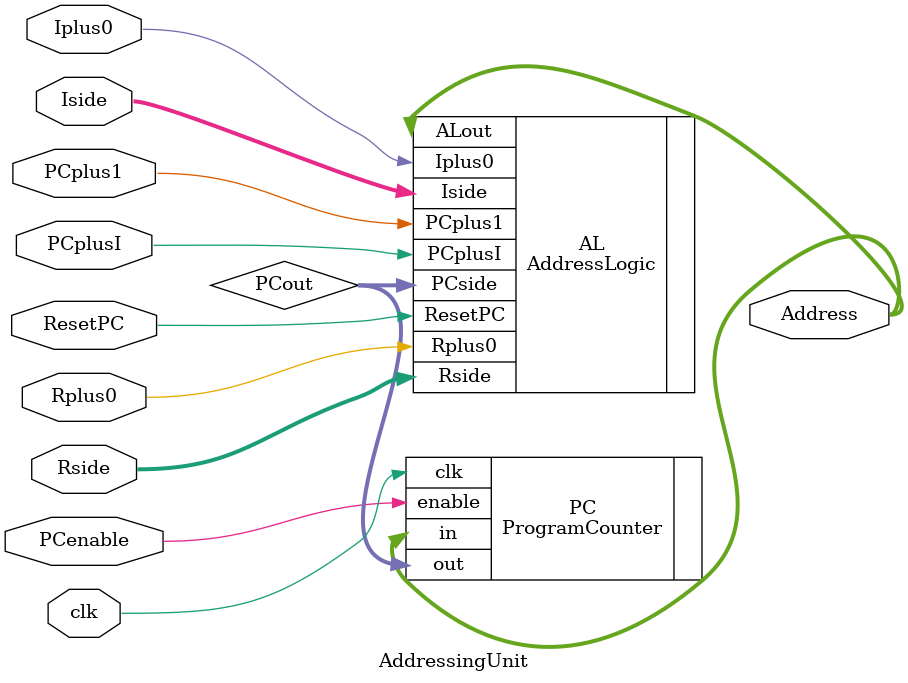
<source format=v>

`timescale 1 ns /1 ns

module AddressingUnit (
input [15:0] Rside,
input [7:0] Iside,
output [15:0] Address,
input clk,ResetPC, PCplusI, PCplus1, Iplus0, Rplus0, PCenable
);
wire [15:0] PCout;

ProgramCounter PC 
(
.in		(Address),
.enable	(PCenable),
.clk		(clk), 
.out		(PCout)
);

AddressLogic AL 
(
.PCside	(PCout),
.Rside	(Rside), 
.Iside	(Iside), 
.ALout	(Address), 
.ResetPC	(ResetPC),
.PCplusI	(PCplusI),
.PCplus1	(PCplus1),
.Iplus0	(Iplus0),
.Rplus0	(Rplus0)
);
endmodule


</source>
